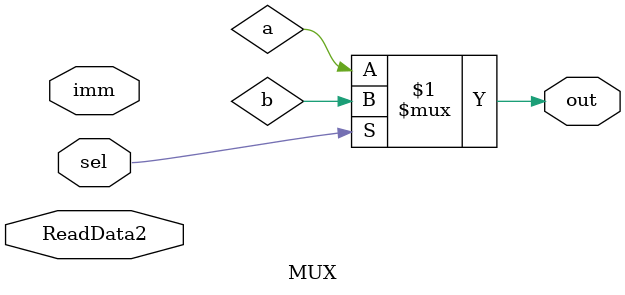
<source format=v>
module MUX (
    input wire sel,
    input wire[31:0] ReadData2,
    input wire[31:0] imm,
    output wire out
);

assign out = sel ? b : a;

endmodule

</source>
